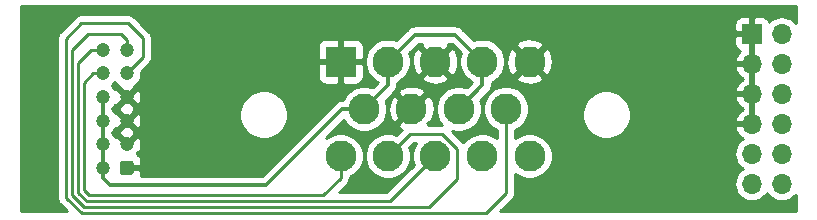
<source format=gbr>
G04 #@! TF.GenerationSoftware,KiCad,Pcbnew,(5.1.4)-1*
G04 #@! TF.CreationDate,2020-11-15T00:00:24-05:00*
G04 #@! TF.ProjectId,MAIN_newBreakoutBoard,4d41494e-5f6e-4657-9742-7265616b6f75,v1.0*
G04 #@! TF.SameCoordinates,Original*
G04 #@! TF.FileFunction,Copper,L1,Top*
G04 #@! TF.FilePolarity,Positive*
%FSLAX46Y46*%
G04 Gerber Fmt 4.6, Leading zero omitted, Abs format (unit mm)*
G04 Created by KiCad (PCBNEW (5.1.4)-1) date 2020-11-15 00:00:24*
%MOMM*%
%LPD*%
G04 APERTURE LIST*
%ADD10R,2.625000X2.625000*%
%ADD11C,2.625000*%
%ADD12R,1.700000X1.700000*%
%ADD13O,1.700000X1.700000*%
%ADD14C,0.100000*%
%ADD15C,1.200000*%
%ADD16C,0.299720*%
%ADD17C,0.254000*%
G04 APERTURE END LIST*
D10*
X142000000Y-96000000D03*
D11*
X146000000Y-96000000D03*
X150000000Y-96000000D03*
X154000000Y-96000000D03*
X158000000Y-96000000D03*
X144000000Y-100000000D03*
X148000000Y-100000000D03*
X152000000Y-100000000D03*
X156000000Y-100000000D03*
X142000000Y-104000000D03*
X146000000Y-104000000D03*
X150000000Y-104000000D03*
X154000000Y-104000000D03*
X158000000Y-104000000D03*
D12*
X176830000Y-93650000D03*
D13*
X179370000Y-93650000D03*
X176830000Y-96190000D03*
X179370000Y-96190000D03*
X176830000Y-98730000D03*
X179370000Y-98730000D03*
X176830000Y-101270000D03*
X179370000Y-101270000D03*
X176830000Y-103810000D03*
X179370000Y-103810000D03*
X176830000Y-106350000D03*
X179370000Y-106350000D03*
D14*
G36*
X124264505Y-104401204D02*
G01*
X124288773Y-104404804D01*
X124312572Y-104410765D01*
X124335671Y-104419030D01*
X124357850Y-104429520D01*
X124378893Y-104442132D01*
X124398599Y-104456747D01*
X124416777Y-104473223D01*
X124433253Y-104491401D01*
X124447868Y-104511107D01*
X124460480Y-104532150D01*
X124470970Y-104554329D01*
X124479235Y-104577428D01*
X124485196Y-104601227D01*
X124488796Y-104625495D01*
X124490000Y-104649999D01*
X124490000Y-105350001D01*
X124488796Y-105374505D01*
X124485196Y-105398773D01*
X124479235Y-105422572D01*
X124470970Y-105445671D01*
X124460480Y-105467850D01*
X124447868Y-105488893D01*
X124433253Y-105508599D01*
X124416777Y-105526777D01*
X124398599Y-105543253D01*
X124378893Y-105557868D01*
X124357850Y-105570480D01*
X124335671Y-105580970D01*
X124312572Y-105589235D01*
X124288773Y-105595196D01*
X124264505Y-105598796D01*
X124240001Y-105600000D01*
X123539999Y-105600000D01*
X123515495Y-105598796D01*
X123491227Y-105595196D01*
X123467428Y-105589235D01*
X123444329Y-105580970D01*
X123422150Y-105570480D01*
X123401107Y-105557868D01*
X123381401Y-105543253D01*
X123363223Y-105526777D01*
X123346747Y-105508599D01*
X123332132Y-105488893D01*
X123319520Y-105467850D01*
X123309030Y-105445671D01*
X123300765Y-105422572D01*
X123294804Y-105398773D01*
X123291204Y-105374505D01*
X123290000Y-105350001D01*
X123290000Y-104649999D01*
X123291204Y-104625495D01*
X123294804Y-104601227D01*
X123300765Y-104577428D01*
X123309030Y-104554329D01*
X123319520Y-104532150D01*
X123332132Y-104511107D01*
X123346747Y-104491401D01*
X123363223Y-104473223D01*
X123381401Y-104456747D01*
X123401107Y-104442132D01*
X123422150Y-104429520D01*
X123444329Y-104419030D01*
X123467428Y-104410765D01*
X123491227Y-104404804D01*
X123515495Y-104401204D01*
X123539999Y-104400000D01*
X124240001Y-104400000D01*
X124264505Y-104401204D01*
X124264505Y-104401204D01*
G37*
D15*
X123890000Y-105000000D03*
X123890000Y-103000000D03*
X123890000Y-101000000D03*
X123890000Y-99000000D03*
X123890000Y-97000000D03*
X123890000Y-95000000D03*
X121890000Y-105000000D03*
X121890000Y-103000000D03*
X121890000Y-101000000D03*
X121890000Y-99000000D03*
X121890000Y-97000000D03*
X121890000Y-95000000D03*
D16*
X121881000Y-101044400D02*
X121881000Y-99044400D01*
X121881000Y-105892928D02*
X121881000Y-101044400D01*
X122464872Y-106476800D02*
X121881000Y-105892928D01*
X135667045Y-106476800D02*
X122464872Y-106476800D01*
X142143845Y-100000000D02*
X135667045Y-106476800D01*
X144000000Y-100000000D02*
X142143845Y-100000000D01*
X146000000Y-98000000D02*
X146000000Y-96000000D01*
X144000000Y-100000000D02*
X146000000Y-98000000D01*
X146000000Y-96000000D02*
X148274000Y-93726000D01*
X151726000Y-93726000D02*
X154000000Y-96000000D01*
X148274000Y-93726000D02*
X151726000Y-93726000D01*
X154000000Y-98000000D02*
X152000000Y-100000000D01*
X154000000Y-96000000D02*
X154000000Y-98000000D01*
D17*
X118744973Y-94810993D02*
X118744973Y-107514471D01*
X118745000Y-94810966D02*
X118744973Y-94810993D01*
X123890000Y-97000000D02*
X125272800Y-95617200D01*
X124002800Y-92760800D02*
X120040400Y-92760800D01*
X125272800Y-95617200D02*
X125272800Y-94030800D01*
X120040400Y-92760800D02*
X118745000Y-94056200D01*
X125272800Y-94030800D02*
X124002800Y-92760800D01*
X118745000Y-94056200D02*
X118745000Y-94810966D01*
X120069502Y-108839000D02*
X118744973Y-107514471D01*
X154305000Y-108839000D02*
X120069502Y-108839000D01*
X156000000Y-100000000D02*
X156000000Y-107144000D01*
X156000000Y-107144000D02*
X154305000Y-108839000D01*
X120269000Y-97772472D02*
X120269000Y-106883200D01*
X121041472Y-97000000D02*
X120269000Y-97772472D01*
X121890000Y-97000000D02*
X121041472Y-97000000D01*
X142000000Y-105856155D02*
X140541185Y-107314970D01*
X142000000Y-104000000D02*
X142000000Y-105856155D01*
X120700770Y-107314970D02*
X120269000Y-106883200D01*
X140541185Y-107314970D02*
X120700770Y-107314970D01*
X123413728Y-93675200D02*
X123890000Y-94151472D01*
X120599200Y-93675200D02*
X123413728Y-93675200D01*
X119253000Y-95021400D02*
X120599200Y-93675200D01*
X119253000Y-96105438D02*
X119253000Y-95021400D01*
X119252981Y-96105457D02*
X119253000Y-96105438D01*
X119252982Y-107304048D02*
X119252981Y-96105457D01*
X120279934Y-108331000D02*
X119252982Y-107304048D01*
X120777000Y-108331000D02*
X120279934Y-108331000D01*
X120777010Y-108330990D02*
X120777000Y-108331000D01*
X146000000Y-104000000D02*
X147892000Y-102108000D01*
X150614382Y-102108000D02*
X151892000Y-103385618D01*
X151892000Y-103385618D02*
X151892000Y-105918000D01*
X147892000Y-102108000D02*
X150614382Y-102108000D01*
X151892000Y-105918000D02*
X149479010Y-108330990D01*
X123890000Y-94151472D02*
X123890000Y-95000000D01*
X149479010Y-108330990D02*
X120777010Y-108330990D01*
X120900000Y-95000000D02*
X121890000Y-95000000D01*
X119760990Y-96139010D02*
X120900000Y-95000000D01*
X119760991Y-107093625D02*
X119760990Y-96139010D01*
X150000000Y-104000000D02*
X146177020Y-107822980D01*
X120490346Y-107822980D02*
X119760991Y-107093625D01*
X146177020Y-107822980D02*
X120490346Y-107822980D01*
G36*
X180540000Y-92734831D02*
G01*
X180425134Y-92594866D01*
X180199014Y-92409294D01*
X179941034Y-92271401D01*
X179661111Y-92186487D01*
X179442950Y-92165000D01*
X179297050Y-92165000D01*
X179078889Y-92186487D01*
X178798966Y-92271401D01*
X178540986Y-92409294D01*
X178314866Y-92594866D01*
X178290393Y-92624687D01*
X178269502Y-92555820D01*
X178210537Y-92445506D01*
X178131185Y-92348815D01*
X178034494Y-92269463D01*
X177924180Y-92210498D01*
X177804482Y-92174188D01*
X177680000Y-92161928D01*
X177115750Y-92165000D01*
X176957000Y-92323750D01*
X176957000Y-93523000D01*
X176977000Y-93523000D01*
X176977000Y-93777000D01*
X176957000Y-93777000D01*
X176957000Y-96063000D01*
X176977000Y-96063000D01*
X176977000Y-96317000D01*
X176957000Y-96317000D01*
X176957000Y-98603000D01*
X176977000Y-98603000D01*
X176977000Y-98857000D01*
X176957000Y-98857000D01*
X176957000Y-101143000D01*
X176977000Y-101143000D01*
X176977000Y-101397000D01*
X176957000Y-101397000D01*
X176957000Y-101417000D01*
X176703000Y-101417000D01*
X176703000Y-101397000D01*
X175509845Y-101397000D01*
X175388524Y-101626890D01*
X175433175Y-101774099D01*
X175558359Y-102036920D01*
X175732412Y-102270269D01*
X175948645Y-102465178D01*
X176065523Y-102534799D01*
X176000986Y-102569294D01*
X175774866Y-102754866D01*
X175589294Y-102980986D01*
X175451401Y-103238966D01*
X175366487Y-103518889D01*
X175337815Y-103810000D01*
X175366487Y-104101111D01*
X175451401Y-104381034D01*
X175589294Y-104639014D01*
X175774866Y-104865134D01*
X176000986Y-105050706D01*
X176055791Y-105080000D01*
X176000986Y-105109294D01*
X175774866Y-105294866D01*
X175589294Y-105520986D01*
X175451401Y-105778966D01*
X175366487Y-106058889D01*
X175337815Y-106350000D01*
X175366487Y-106641111D01*
X175451401Y-106921034D01*
X175589294Y-107179014D01*
X175774866Y-107405134D01*
X176000986Y-107590706D01*
X176258966Y-107728599D01*
X176538889Y-107813513D01*
X176757050Y-107835000D01*
X176902950Y-107835000D01*
X177121111Y-107813513D01*
X177401034Y-107728599D01*
X177659014Y-107590706D01*
X177885134Y-107405134D01*
X178070706Y-107179014D01*
X178100000Y-107124209D01*
X178129294Y-107179014D01*
X178314866Y-107405134D01*
X178540986Y-107590706D01*
X178798966Y-107728599D01*
X179078889Y-107813513D01*
X179297050Y-107835000D01*
X179442950Y-107835000D01*
X179661111Y-107813513D01*
X179941034Y-107728599D01*
X180199014Y-107590706D01*
X180425134Y-107405134D01*
X180540001Y-107265168D01*
X180540001Y-108690000D01*
X155531630Y-108690000D01*
X156512352Y-107709279D01*
X156541422Y-107685422D01*
X156582764Y-107635047D01*
X156636645Y-107569393D01*
X156698630Y-107453426D01*
X156707402Y-107437015D01*
X156750974Y-107293378D01*
X156762000Y-107181426D01*
X156762000Y-107181423D01*
X156765686Y-107144000D01*
X156762000Y-107106577D01*
X156762000Y-105515033D01*
X157077513Y-105725852D01*
X157431935Y-105872659D01*
X157808188Y-105947500D01*
X158191812Y-105947500D01*
X158568065Y-105872659D01*
X158922487Y-105725852D01*
X159241459Y-105512722D01*
X159512722Y-105241459D01*
X159725852Y-104922487D01*
X159872659Y-104568065D01*
X159947500Y-104191812D01*
X159947500Y-103808188D01*
X159872659Y-103431935D01*
X159725852Y-103077513D01*
X159512722Y-102758541D01*
X159241459Y-102487278D01*
X158922487Y-102274148D01*
X158568065Y-102127341D01*
X158191812Y-102052500D01*
X157808188Y-102052500D01*
X157431935Y-102127341D01*
X157077513Y-102274148D01*
X156762000Y-102484967D01*
X156762000Y-101792328D01*
X156922487Y-101725852D01*
X157241459Y-101512722D01*
X157512722Y-101241459D01*
X157725852Y-100922487D01*
X157872659Y-100568065D01*
X157926555Y-100297108D01*
X162440000Y-100297108D01*
X162440000Y-100702892D01*
X162519165Y-101100880D01*
X162674452Y-101475776D01*
X162899894Y-101813173D01*
X163186827Y-102100106D01*
X163524224Y-102325548D01*
X163899120Y-102480835D01*
X164297108Y-102560000D01*
X164702892Y-102560000D01*
X165100880Y-102480835D01*
X165475776Y-102325548D01*
X165813173Y-102100106D01*
X166100106Y-101813173D01*
X166325548Y-101475776D01*
X166480835Y-101100880D01*
X166560000Y-100702892D01*
X166560000Y-100297108D01*
X166480835Y-99899120D01*
X166325548Y-99524224D01*
X166100106Y-99186827D01*
X166000169Y-99086890D01*
X175388524Y-99086890D01*
X175433175Y-99234099D01*
X175558359Y-99496920D01*
X175732412Y-99730269D01*
X175948645Y-99925178D01*
X176074255Y-100000000D01*
X175948645Y-100074822D01*
X175732412Y-100269731D01*
X175558359Y-100503080D01*
X175433175Y-100765901D01*
X175388524Y-100913110D01*
X175509845Y-101143000D01*
X176703000Y-101143000D01*
X176703000Y-98857000D01*
X175509845Y-98857000D01*
X175388524Y-99086890D01*
X166000169Y-99086890D01*
X165813173Y-98899894D01*
X165475776Y-98674452D01*
X165100880Y-98519165D01*
X164702892Y-98440000D01*
X164297108Y-98440000D01*
X163899120Y-98519165D01*
X163524224Y-98674452D01*
X163186827Y-98899894D01*
X162899894Y-99186827D01*
X162674452Y-99524224D01*
X162519165Y-99899120D01*
X162440000Y-100297108D01*
X157926555Y-100297108D01*
X157947500Y-100191812D01*
X157947500Y-99808188D01*
X157872659Y-99431935D01*
X157725852Y-99077513D01*
X157512722Y-98758541D01*
X157241459Y-98487278D01*
X156922487Y-98274148D01*
X156568065Y-98127341D01*
X156191812Y-98052500D01*
X155808188Y-98052500D01*
X155431935Y-98127341D01*
X155077513Y-98274148D01*
X154758541Y-98487278D01*
X154487278Y-98758541D01*
X154274148Y-99077513D01*
X154127341Y-99431935D01*
X154052500Y-99808188D01*
X154052500Y-100191812D01*
X154127341Y-100568065D01*
X154274148Y-100922487D01*
X154487278Y-101241459D01*
X154758541Y-101512722D01*
X155077513Y-101725852D01*
X155238000Y-101792328D01*
X155238000Y-102484967D01*
X154922487Y-102274148D01*
X154568065Y-102127341D01*
X154191812Y-102052500D01*
X153808188Y-102052500D01*
X153431935Y-102127341D01*
X153077513Y-102274148D01*
X152758541Y-102487278D01*
X152487278Y-102758541D01*
X152431241Y-102842406D01*
X152404347Y-102820335D01*
X151462813Y-101878801D01*
X151808188Y-101947500D01*
X152191812Y-101947500D01*
X152568065Y-101872659D01*
X152922487Y-101725852D01*
X153241459Y-101512722D01*
X153512722Y-101241459D01*
X153725852Y-100922487D01*
X153872659Y-100568065D01*
X153947500Y-100191812D01*
X153947500Y-99808188D01*
X153872659Y-99431935D01*
X153815652Y-99294308D01*
X154527720Y-98582240D01*
X154557665Y-98557665D01*
X154655744Y-98438154D01*
X154728624Y-98301806D01*
X154773503Y-98153859D01*
X154784860Y-98038551D01*
X154784860Y-98038550D01*
X154788657Y-98000001D01*
X154784860Y-97961452D01*
X154784860Y-97782859D01*
X154922487Y-97725852D01*
X155241459Y-97512722D01*
X155396053Y-97358128D01*
X156821477Y-97358128D01*
X156954919Y-97654496D01*
X157297776Y-97826590D01*
X157667620Y-97928490D01*
X158050236Y-97956279D01*
X158430921Y-97908889D01*
X158795048Y-97788142D01*
X159045081Y-97654496D01*
X159178523Y-97358128D01*
X158000000Y-96179605D01*
X156821477Y-97358128D01*
X155396053Y-97358128D01*
X155512722Y-97241459D01*
X155725852Y-96922487D01*
X155872659Y-96568065D01*
X155947500Y-96191812D01*
X155947500Y-96050236D01*
X156043721Y-96050236D01*
X156091111Y-96430921D01*
X156211858Y-96795048D01*
X156345504Y-97045081D01*
X156641872Y-97178523D01*
X157820395Y-96000000D01*
X158179605Y-96000000D01*
X159358128Y-97178523D01*
X159654496Y-97045081D01*
X159826590Y-96702224D01*
X159869387Y-96546890D01*
X175388524Y-96546890D01*
X175433175Y-96694099D01*
X175558359Y-96956920D01*
X175732412Y-97190269D01*
X175948645Y-97385178D01*
X176074255Y-97460000D01*
X175948645Y-97534822D01*
X175732412Y-97729731D01*
X175558359Y-97963080D01*
X175433175Y-98225901D01*
X175388524Y-98373110D01*
X175509845Y-98603000D01*
X176703000Y-98603000D01*
X176703000Y-96317000D01*
X175509845Y-96317000D01*
X175388524Y-96546890D01*
X159869387Y-96546890D01*
X159928490Y-96332380D01*
X159956279Y-95949764D01*
X159908889Y-95569079D01*
X159788142Y-95204952D01*
X159654496Y-94954919D01*
X159358128Y-94821477D01*
X158179605Y-96000000D01*
X157820395Y-96000000D01*
X156641872Y-94821477D01*
X156345504Y-94954919D01*
X156173410Y-95297776D01*
X156071510Y-95667620D01*
X156043721Y-96050236D01*
X155947500Y-96050236D01*
X155947500Y-95808188D01*
X155872659Y-95431935D01*
X155725852Y-95077513D01*
X155512722Y-94758541D01*
X155396053Y-94641872D01*
X156821477Y-94641872D01*
X158000000Y-95820395D01*
X159178523Y-94641872D01*
X159114645Y-94500000D01*
X175341928Y-94500000D01*
X175354188Y-94624482D01*
X175390498Y-94744180D01*
X175449463Y-94854494D01*
X175528815Y-94951185D01*
X175625506Y-95030537D01*
X175735820Y-95089502D01*
X175816466Y-95113966D01*
X175732412Y-95189731D01*
X175558359Y-95423080D01*
X175433175Y-95685901D01*
X175388524Y-95833110D01*
X175509845Y-96063000D01*
X176703000Y-96063000D01*
X176703000Y-93777000D01*
X175503750Y-93777000D01*
X175345000Y-93935750D01*
X175341928Y-94500000D01*
X159114645Y-94500000D01*
X159045081Y-94345504D01*
X158702224Y-94173410D01*
X158332380Y-94071510D01*
X157949764Y-94043721D01*
X157569079Y-94091111D01*
X157204952Y-94211858D01*
X156954919Y-94345504D01*
X156821477Y-94641872D01*
X155396053Y-94641872D01*
X155241459Y-94487278D01*
X154922487Y-94274148D01*
X154568065Y-94127341D01*
X154191812Y-94052500D01*
X153808188Y-94052500D01*
X153431935Y-94127341D01*
X153294307Y-94184348D01*
X152308244Y-93198285D01*
X152283665Y-93168335D01*
X152164154Y-93070256D01*
X152027806Y-92997376D01*
X151879859Y-92952497D01*
X151764551Y-92941140D01*
X151764549Y-92941140D01*
X151726000Y-92937343D01*
X151687451Y-92941140D01*
X148312549Y-92941140D01*
X148274000Y-92937343D01*
X148235451Y-92941140D01*
X148235449Y-92941140D01*
X148120141Y-92952497D01*
X147972194Y-92997376D01*
X147835845Y-93070256D01*
X147794098Y-93104517D01*
X147716335Y-93168335D01*
X147691756Y-93198285D01*
X146705693Y-94184348D01*
X146568065Y-94127341D01*
X146191812Y-94052500D01*
X145808188Y-94052500D01*
X145431935Y-94127341D01*
X145077513Y-94274148D01*
X144758541Y-94487278D01*
X144487278Y-94758541D01*
X144274148Y-95077513D01*
X144127341Y-95431935D01*
X144052500Y-95808188D01*
X144052500Y-96191812D01*
X144127341Y-96568065D01*
X144274148Y-96922487D01*
X144487278Y-97241459D01*
X144758541Y-97512722D01*
X145077513Y-97725852D01*
X145138802Y-97751239D01*
X144705692Y-98184348D01*
X144568065Y-98127341D01*
X144191812Y-98052500D01*
X143808188Y-98052500D01*
X143431935Y-98127341D01*
X143077513Y-98274148D01*
X142758541Y-98487278D01*
X142487278Y-98758541D01*
X142274148Y-99077513D01*
X142217141Y-99215140D01*
X142182393Y-99215140D01*
X142143844Y-99211343D01*
X142105295Y-99215140D01*
X142105294Y-99215140D01*
X141989986Y-99226497D01*
X141842039Y-99271376D01*
X141705691Y-99344256D01*
X141586180Y-99442335D01*
X141561605Y-99472280D01*
X135341946Y-105691940D01*
X125119017Y-105691940D01*
X125128072Y-105600000D01*
X125125000Y-105285750D01*
X124966250Y-105127000D01*
X124017000Y-105127000D01*
X124017000Y-105147000D01*
X123763000Y-105147000D01*
X123763000Y-105127000D01*
X123743000Y-105127000D01*
X123743000Y-104873000D01*
X123763000Y-104873000D01*
X123763000Y-104853000D01*
X124017000Y-104853000D01*
X124017000Y-104873000D01*
X124966250Y-104873000D01*
X125125000Y-104714250D01*
X125128072Y-104400000D01*
X125115812Y-104275518D01*
X125079502Y-104155820D01*
X125020537Y-104045506D01*
X124941185Y-103948815D01*
X124844494Y-103869463D01*
X124798994Y-103845142D01*
X124856872Y-103787264D01*
X124739766Y-103670158D01*
X124963348Y-103622852D01*
X125064237Y-103401484D01*
X125120000Y-103164687D01*
X125128495Y-102921562D01*
X125089395Y-102681451D01*
X125004202Y-102453582D01*
X124963348Y-102377148D01*
X124739764Y-102329841D01*
X124069605Y-103000000D01*
X124083748Y-103014143D01*
X123904143Y-103193748D01*
X123890000Y-103179605D01*
X123875858Y-103193748D01*
X123696253Y-103014143D01*
X123710395Y-103000000D01*
X123040236Y-102329841D01*
X122941496Y-102350733D01*
X122849287Y-102212733D01*
X122677267Y-102040713D01*
X122665860Y-102033091D01*
X122665860Y-101966909D01*
X122677267Y-101959287D01*
X122786790Y-101849764D01*
X123219841Y-101849764D01*
X123251629Y-102000000D01*
X123219841Y-102150236D01*
X123890000Y-102820395D01*
X124560159Y-102150236D01*
X124528371Y-102000000D01*
X124560159Y-101849764D01*
X123890000Y-101179605D01*
X123219841Y-101849764D01*
X122786790Y-101849764D01*
X122849287Y-101787267D01*
X122941496Y-101649267D01*
X123040236Y-101670159D01*
X123710395Y-101000000D01*
X124069605Y-101000000D01*
X124739764Y-101670159D01*
X124963348Y-101622852D01*
X125064237Y-101401484D01*
X125120000Y-101164687D01*
X125128495Y-100921562D01*
X125089395Y-100681451D01*
X125004202Y-100453582D01*
X124963348Y-100377148D01*
X124739764Y-100329841D01*
X124069605Y-101000000D01*
X123710395Y-101000000D01*
X123040236Y-100329841D01*
X122941496Y-100350733D01*
X122849287Y-100212733D01*
X122677267Y-100040713D01*
X122665860Y-100033091D01*
X122665860Y-99966909D01*
X122677267Y-99959287D01*
X122786790Y-99849764D01*
X123219841Y-99849764D01*
X123251629Y-100000000D01*
X123219841Y-100150236D01*
X123890000Y-100820395D01*
X124413287Y-100297108D01*
X133440000Y-100297108D01*
X133440000Y-100702892D01*
X133519165Y-101100880D01*
X133674452Y-101475776D01*
X133899894Y-101813173D01*
X134186827Y-102100106D01*
X134524224Y-102325548D01*
X134899120Y-102480835D01*
X135297108Y-102560000D01*
X135702892Y-102560000D01*
X136100880Y-102480835D01*
X136475776Y-102325548D01*
X136813173Y-102100106D01*
X137100106Y-101813173D01*
X137325548Y-101475776D01*
X137480835Y-101100880D01*
X137560000Y-100702892D01*
X137560000Y-100297108D01*
X137480835Y-99899120D01*
X137325548Y-99524224D01*
X137100106Y-99186827D01*
X136813173Y-98899894D01*
X136475776Y-98674452D01*
X136100880Y-98519165D01*
X135702892Y-98440000D01*
X135297108Y-98440000D01*
X134899120Y-98519165D01*
X134524224Y-98674452D01*
X134186827Y-98899894D01*
X133899894Y-99186827D01*
X133674452Y-99524224D01*
X133519165Y-99899120D01*
X133440000Y-100297108D01*
X124413287Y-100297108D01*
X124560159Y-100150236D01*
X124528371Y-100000000D01*
X124560159Y-99849764D01*
X123890000Y-99179605D01*
X123219841Y-99849764D01*
X122786790Y-99849764D01*
X122849287Y-99787267D01*
X122941496Y-99649267D01*
X123040236Y-99670159D01*
X123710395Y-99000000D01*
X124069605Y-99000000D01*
X124739764Y-99670159D01*
X124963348Y-99622852D01*
X125064237Y-99401484D01*
X125120000Y-99164687D01*
X125128495Y-98921562D01*
X125089395Y-98681451D01*
X125004202Y-98453582D01*
X124963348Y-98377148D01*
X124739764Y-98329841D01*
X124069605Y-99000000D01*
X123710395Y-99000000D01*
X123040236Y-98329841D01*
X122941496Y-98350733D01*
X122849287Y-98212733D01*
X122677267Y-98040713D01*
X122616336Y-98000000D01*
X122677267Y-97959287D01*
X122849287Y-97787267D01*
X122890000Y-97726336D01*
X122930713Y-97787267D01*
X123102733Y-97959287D01*
X123240733Y-98051496D01*
X123219841Y-98150236D01*
X123890000Y-98820395D01*
X124560159Y-98150236D01*
X124539267Y-98051496D01*
X124677267Y-97959287D01*
X124849287Y-97787267D01*
X124984443Y-97584992D01*
X125077540Y-97360236D01*
X125087035Y-97312500D01*
X140049428Y-97312500D01*
X140061688Y-97436982D01*
X140097998Y-97556680D01*
X140156963Y-97666994D01*
X140236315Y-97763685D01*
X140333006Y-97843037D01*
X140443320Y-97902002D01*
X140563018Y-97938312D01*
X140687500Y-97950572D01*
X141714250Y-97947500D01*
X141873000Y-97788750D01*
X141873000Y-96127000D01*
X142127000Y-96127000D01*
X142127000Y-97788750D01*
X142285750Y-97947500D01*
X143312500Y-97950572D01*
X143436982Y-97938312D01*
X143556680Y-97902002D01*
X143666994Y-97843037D01*
X143763685Y-97763685D01*
X143843037Y-97666994D01*
X143902002Y-97556680D01*
X143938312Y-97436982D01*
X143950572Y-97312500D01*
X143947500Y-96285750D01*
X143788750Y-96127000D01*
X142127000Y-96127000D01*
X141873000Y-96127000D01*
X140211250Y-96127000D01*
X140052500Y-96285750D01*
X140049428Y-97312500D01*
X125087035Y-97312500D01*
X125125000Y-97121637D01*
X125125000Y-96878363D01*
X125119072Y-96848558D01*
X125785147Y-96182483D01*
X125814222Y-96158622D01*
X125903172Y-96050236D01*
X125909445Y-96042593D01*
X125955697Y-95956060D01*
X125980202Y-95910215D01*
X126023774Y-95766578D01*
X126034800Y-95654626D01*
X126034800Y-95654623D01*
X126038486Y-95617200D01*
X126034800Y-95579777D01*
X126034800Y-94687500D01*
X140049428Y-94687500D01*
X140052500Y-95714250D01*
X140211250Y-95873000D01*
X141873000Y-95873000D01*
X141873000Y-94211250D01*
X142127000Y-94211250D01*
X142127000Y-95873000D01*
X143788750Y-95873000D01*
X143947500Y-95714250D01*
X143950572Y-94687500D01*
X143938312Y-94563018D01*
X143902002Y-94443320D01*
X143843037Y-94333006D01*
X143763685Y-94236315D01*
X143666994Y-94156963D01*
X143556680Y-94097998D01*
X143436982Y-94061688D01*
X143312500Y-94049428D01*
X142285750Y-94052500D01*
X142127000Y-94211250D01*
X141873000Y-94211250D01*
X141714250Y-94052500D01*
X140687500Y-94049428D01*
X140563018Y-94061688D01*
X140443320Y-94097998D01*
X140333006Y-94156963D01*
X140236315Y-94236315D01*
X140156963Y-94333006D01*
X140097998Y-94443320D01*
X140061688Y-94563018D01*
X140049428Y-94687500D01*
X126034800Y-94687500D01*
X126034800Y-94068222D01*
X126038486Y-94030799D01*
X126032322Y-93968215D01*
X126023774Y-93881422D01*
X125980202Y-93737785D01*
X125909445Y-93605408D01*
X125814222Y-93489378D01*
X125785152Y-93465521D01*
X125119631Y-92800000D01*
X175341928Y-92800000D01*
X175345000Y-93364250D01*
X175503750Y-93523000D01*
X176703000Y-93523000D01*
X176703000Y-92323750D01*
X176544250Y-92165000D01*
X175980000Y-92161928D01*
X175855518Y-92174188D01*
X175735820Y-92210498D01*
X175625506Y-92269463D01*
X175528815Y-92348815D01*
X175449463Y-92445506D01*
X175390498Y-92555820D01*
X175354188Y-92675518D01*
X175341928Y-92800000D01*
X125119631Y-92800000D01*
X124568084Y-92248454D01*
X124544222Y-92219378D01*
X124428192Y-92124155D01*
X124295815Y-92053398D01*
X124152178Y-92009826D01*
X124040226Y-91998800D01*
X124040223Y-91998800D01*
X124002800Y-91995114D01*
X123965377Y-91998800D01*
X120077822Y-91998800D01*
X120040399Y-91995114D01*
X120002976Y-91998800D01*
X120002974Y-91998800D01*
X119891022Y-92009826D01*
X119747385Y-92053398D01*
X119615008Y-92124155D01*
X119498978Y-92219378D01*
X119475121Y-92248448D01*
X118232654Y-93490916D01*
X118203578Y-93514778D01*
X118156502Y-93572141D01*
X118108355Y-93630808D01*
X118084627Y-93675201D01*
X118037598Y-93763186D01*
X117994026Y-93906823D01*
X117985502Y-93993374D01*
X117979314Y-94056200D01*
X117983000Y-94093623D01*
X117983000Y-94773296D01*
X117979287Y-94810993D01*
X117982973Y-94848416D01*
X117982974Y-107477038D01*
X117979287Y-107514471D01*
X117994000Y-107663849D01*
X118037572Y-107807486D01*
X118108328Y-107939863D01*
X118176041Y-108022371D01*
X118203552Y-108055893D01*
X118232622Y-108079750D01*
X118842872Y-108690000D01*
X114940000Y-108690000D01*
X114940000Y-91310000D01*
X180540000Y-91310000D01*
X180540000Y-92734831D01*
X180540000Y-92734831D01*
G37*
X180540000Y-92734831D02*
X180425134Y-92594866D01*
X180199014Y-92409294D01*
X179941034Y-92271401D01*
X179661111Y-92186487D01*
X179442950Y-92165000D01*
X179297050Y-92165000D01*
X179078889Y-92186487D01*
X178798966Y-92271401D01*
X178540986Y-92409294D01*
X178314866Y-92594866D01*
X178290393Y-92624687D01*
X178269502Y-92555820D01*
X178210537Y-92445506D01*
X178131185Y-92348815D01*
X178034494Y-92269463D01*
X177924180Y-92210498D01*
X177804482Y-92174188D01*
X177680000Y-92161928D01*
X177115750Y-92165000D01*
X176957000Y-92323750D01*
X176957000Y-93523000D01*
X176977000Y-93523000D01*
X176977000Y-93777000D01*
X176957000Y-93777000D01*
X176957000Y-96063000D01*
X176977000Y-96063000D01*
X176977000Y-96317000D01*
X176957000Y-96317000D01*
X176957000Y-98603000D01*
X176977000Y-98603000D01*
X176977000Y-98857000D01*
X176957000Y-98857000D01*
X176957000Y-101143000D01*
X176977000Y-101143000D01*
X176977000Y-101397000D01*
X176957000Y-101397000D01*
X176957000Y-101417000D01*
X176703000Y-101417000D01*
X176703000Y-101397000D01*
X175509845Y-101397000D01*
X175388524Y-101626890D01*
X175433175Y-101774099D01*
X175558359Y-102036920D01*
X175732412Y-102270269D01*
X175948645Y-102465178D01*
X176065523Y-102534799D01*
X176000986Y-102569294D01*
X175774866Y-102754866D01*
X175589294Y-102980986D01*
X175451401Y-103238966D01*
X175366487Y-103518889D01*
X175337815Y-103810000D01*
X175366487Y-104101111D01*
X175451401Y-104381034D01*
X175589294Y-104639014D01*
X175774866Y-104865134D01*
X176000986Y-105050706D01*
X176055791Y-105080000D01*
X176000986Y-105109294D01*
X175774866Y-105294866D01*
X175589294Y-105520986D01*
X175451401Y-105778966D01*
X175366487Y-106058889D01*
X175337815Y-106350000D01*
X175366487Y-106641111D01*
X175451401Y-106921034D01*
X175589294Y-107179014D01*
X175774866Y-107405134D01*
X176000986Y-107590706D01*
X176258966Y-107728599D01*
X176538889Y-107813513D01*
X176757050Y-107835000D01*
X176902950Y-107835000D01*
X177121111Y-107813513D01*
X177401034Y-107728599D01*
X177659014Y-107590706D01*
X177885134Y-107405134D01*
X178070706Y-107179014D01*
X178100000Y-107124209D01*
X178129294Y-107179014D01*
X178314866Y-107405134D01*
X178540986Y-107590706D01*
X178798966Y-107728599D01*
X179078889Y-107813513D01*
X179297050Y-107835000D01*
X179442950Y-107835000D01*
X179661111Y-107813513D01*
X179941034Y-107728599D01*
X180199014Y-107590706D01*
X180425134Y-107405134D01*
X180540001Y-107265168D01*
X180540001Y-108690000D01*
X155531630Y-108690000D01*
X156512352Y-107709279D01*
X156541422Y-107685422D01*
X156582764Y-107635047D01*
X156636645Y-107569393D01*
X156698630Y-107453426D01*
X156707402Y-107437015D01*
X156750974Y-107293378D01*
X156762000Y-107181426D01*
X156762000Y-107181423D01*
X156765686Y-107144000D01*
X156762000Y-107106577D01*
X156762000Y-105515033D01*
X157077513Y-105725852D01*
X157431935Y-105872659D01*
X157808188Y-105947500D01*
X158191812Y-105947500D01*
X158568065Y-105872659D01*
X158922487Y-105725852D01*
X159241459Y-105512722D01*
X159512722Y-105241459D01*
X159725852Y-104922487D01*
X159872659Y-104568065D01*
X159947500Y-104191812D01*
X159947500Y-103808188D01*
X159872659Y-103431935D01*
X159725852Y-103077513D01*
X159512722Y-102758541D01*
X159241459Y-102487278D01*
X158922487Y-102274148D01*
X158568065Y-102127341D01*
X158191812Y-102052500D01*
X157808188Y-102052500D01*
X157431935Y-102127341D01*
X157077513Y-102274148D01*
X156762000Y-102484967D01*
X156762000Y-101792328D01*
X156922487Y-101725852D01*
X157241459Y-101512722D01*
X157512722Y-101241459D01*
X157725852Y-100922487D01*
X157872659Y-100568065D01*
X157926555Y-100297108D01*
X162440000Y-100297108D01*
X162440000Y-100702892D01*
X162519165Y-101100880D01*
X162674452Y-101475776D01*
X162899894Y-101813173D01*
X163186827Y-102100106D01*
X163524224Y-102325548D01*
X163899120Y-102480835D01*
X164297108Y-102560000D01*
X164702892Y-102560000D01*
X165100880Y-102480835D01*
X165475776Y-102325548D01*
X165813173Y-102100106D01*
X166100106Y-101813173D01*
X166325548Y-101475776D01*
X166480835Y-101100880D01*
X166560000Y-100702892D01*
X166560000Y-100297108D01*
X166480835Y-99899120D01*
X166325548Y-99524224D01*
X166100106Y-99186827D01*
X166000169Y-99086890D01*
X175388524Y-99086890D01*
X175433175Y-99234099D01*
X175558359Y-99496920D01*
X175732412Y-99730269D01*
X175948645Y-99925178D01*
X176074255Y-100000000D01*
X175948645Y-100074822D01*
X175732412Y-100269731D01*
X175558359Y-100503080D01*
X175433175Y-100765901D01*
X175388524Y-100913110D01*
X175509845Y-101143000D01*
X176703000Y-101143000D01*
X176703000Y-98857000D01*
X175509845Y-98857000D01*
X175388524Y-99086890D01*
X166000169Y-99086890D01*
X165813173Y-98899894D01*
X165475776Y-98674452D01*
X165100880Y-98519165D01*
X164702892Y-98440000D01*
X164297108Y-98440000D01*
X163899120Y-98519165D01*
X163524224Y-98674452D01*
X163186827Y-98899894D01*
X162899894Y-99186827D01*
X162674452Y-99524224D01*
X162519165Y-99899120D01*
X162440000Y-100297108D01*
X157926555Y-100297108D01*
X157947500Y-100191812D01*
X157947500Y-99808188D01*
X157872659Y-99431935D01*
X157725852Y-99077513D01*
X157512722Y-98758541D01*
X157241459Y-98487278D01*
X156922487Y-98274148D01*
X156568065Y-98127341D01*
X156191812Y-98052500D01*
X155808188Y-98052500D01*
X155431935Y-98127341D01*
X155077513Y-98274148D01*
X154758541Y-98487278D01*
X154487278Y-98758541D01*
X154274148Y-99077513D01*
X154127341Y-99431935D01*
X154052500Y-99808188D01*
X154052500Y-100191812D01*
X154127341Y-100568065D01*
X154274148Y-100922487D01*
X154487278Y-101241459D01*
X154758541Y-101512722D01*
X155077513Y-101725852D01*
X155238000Y-101792328D01*
X155238000Y-102484967D01*
X154922487Y-102274148D01*
X154568065Y-102127341D01*
X154191812Y-102052500D01*
X153808188Y-102052500D01*
X153431935Y-102127341D01*
X153077513Y-102274148D01*
X152758541Y-102487278D01*
X152487278Y-102758541D01*
X152431241Y-102842406D01*
X152404347Y-102820335D01*
X151462813Y-101878801D01*
X151808188Y-101947500D01*
X152191812Y-101947500D01*
X152568065Y-101872659D01*
X152922487Y-101725852D01*
X153241459Y-101512722D01*
X153512722Y-101241459D01*
X153725852Y-100922487D01*
X153872659Y-100568065D01*
X153947500Y-100191812D01*
X153947500Y-99808188D01*
X153872659Y-99431935D01*
X153815652Y-99294308D01*
X154527720Y-98582240D01*
X154557665Y-98557665D01*
X154655744Y-98438154D01*
X154728624Y-98301806D01*
X154773503Y-98153859D01*
X154784860Y-98038551D01*
X154784860Y-98038550D01*
X154788657Y-98000001D01*
X154784860Y-97961452D01*
X154784860Y-97782859D01*
X154922487Y-97725852D01*
X155241459Y-97512722D01*
X155396053Y-97358128D01*
X156821477Y-97358128D01*
X156954919Y-97654496D01*
X157297776Y-97826590D01*
X157667620Y-97928490D01*
X158050236Y-97956279D01*
X158430921Y-97908889D01*
X158795048Y-97788142D01*
X159045081Y-97654496D01*
X159178523Y-97358128D01*
X158000000Y-96179605D01*
X156821477Y-97358128D01*
X155396053Y-97358128D01*
X155512722Y-97241459D01*
X155725852Y-96922487D01*
X155872659Y-96568065D01*
X155947500Y-96191812D01*
X155947500Y-96050236D01*
X156043721Y-96050236D01*
X156091111Y-96430921D01*
X156211858Y-96795048D01*
X156345504Y-97045081D01*
X156641872Y-97178523D01*
X157820395Y-96000000D01*
X158179605Y-96000000D01*
X159358128Y-97178523D01*
X159654496Y-97045081D01*
X159826590Y-96702224D01*
X159869387Y-96546890D01*
X175388524Y-96546890D01*
X175433175Y-96694099D01*
X175558359Y-96956920D01*
X175732412Y-97190269D01*
X175948645Y-97385178D01*
X176074255Y-97460000D01*
X175948645Y-97534822D01*
X175732412Y-97729731D01*
X175558359Y-97963080D01*
X175433175Y-98225901D01*
X175388524Y-98373110D01*
X175509845Y-98603000D01*
X176703000Y-98603000D01*
X176703000Y-96317000D01*
X175509845Y-96317000D01*
X175388524Y-96546890D01*
X159869387Y-96546890D01*
X159928490Y-96332380D01*
X159956279Y-95949764D01*
X159908889Y-95569079D01*
X159788142Y-95204952D01*
X159654496Y-94954919D01*
X159358128Y-94821477D01*
X158179605Y-96000000D01*
X157820395Y-96000000D01*
X156641872Y-94821477D01*
X156345504Y-94954919D01*
X156173410Y-95297776D01*
X156071510Y-95667620D01*
X156043721Y-96050236D01*
X155947500Y-96050236D01*
X155947500Y-95808188D01*
X155872659Y-95431935D01*
X155725852Y-95077513D01*
X155512722Y-94758541D01*
X155396053Y-94641872D01*
X156821477Y-94641872D01*
X158000000Y-95820395D01*
X159178523Y-94641872D01*
X159114645Y-94500000D01*
X175341928Y-94500000D01*
X175354188Y-94624482D01*
X175390498Y-94744180D01*
X175449463Y-94854494D01*
X175528815Y-94951185D01*
X175625506Y-95030537D01*
X175735820Y-95089502D01*
X175816466Y-95113966D01*
X175732412Y-95189731D01*
X175558359Y-95423080D01*
X175433175Y-95685901D01*
X175388524Y-95833110D01*
X175509845Y-96063000D01*
X176703000Y-96063000D01*
X176703000Y-93777000D01*
X175503750Y-93777000D01*
X175345000Y-93935750D01*
X175341928Y-94500000D01*
X159114645Y-94500000D01*
X159045081Y-94345504D01*
X158702224Y-94173410D01*
X158332380Y-94071510D01*
X157949764Y-94043721D01*
X157569079Y-94091111D01*
X157204952Y-94211858D01*
X156954919Y-94345504D01*
X156821477Y-94641872D01*
X155396053Y-94641872D01*
X155241459Y-94487278D01*
X154922487Y-94274148D01*
X154568065Y-94127341D01*
X154191812Y-94052500D01*
X153808188Y-94052500D01*
X153431935Y-94127341D01*
X153294307Y-94184348D01*
X152308244Y-93198285D01*
X152283665Y-93168335D01*
X152164154Y-93070256D01*
X152027806Y-92997376D01*
X151879859Y-92952497D01*
X151764551Y-92941140D01*
X151764549Y-92941140D01*
X151726000Y-92937343D01*
X151687451Y-92941140D01*
X148312549Y-92941140D01*
X148274000Y-92937343D01*
X148235451Y-92941140D01*
X148235449Y-92941140D01*
X148120141Y-92952497D01*
X147972194Y-92997376D01*
X147835845Y-93070256D01*
X147794098Y-93104517D01*
X147716335Y-93168335D01*
X147691756Y-93198285D01*
X146705693Y-94184348D01*
X146568065Y-94127341D01*
X146191812Y-94052500D01*
X145808188Y-94052500D01*
X145431935Y-94127341D01*
X145077513Y-94274148D01*
X144758541Y-94487278D01*
X144487278Y-94758541D01*
X144274148Y-95077513D01*
X144127341Y-95431935D01*
X144052500Y-95808188D01*
X144052500Y-96191812D01*
X144127341Y-96568065D01*
X144274148Y-96922487D01*
X144487278Y-97241459D01*
X144758541Y-97512722D01*
X145077513Y-97725852D01*
X145138802Y-97751239D01*
X144705692Y-98184348D01*
X144568065Y-98127341D01*
X144191812Y-98052500D01*
X143808188Y-98052500D01*
X143431935Y-98127341D01*
X143077513Y-98274148D01*
X142758541Y-98487278D01*
X142487278Y-98758541D01*
X142274148Y-99077513D01*
X142217141Y-99215140D01*
X142182393Y-99215140D01*
X142143844Y-99211343D01*
X142105295Y-99215140D01*
X142105294Y-99215140D01*
X141989986Y-99226497D01*
X141842039Y-99271376D01*
X141705691Y-99344256D01*
X141586180Y-99442335D01*
X141561605Y-99472280D01*
X135341946Y-105691940D01*
X125119017Y-105691940D01*
X125128072Y-105600000D01*
X125125000Y-105285750D01*
X124966250Y-105127000D01*
X124017000Y-105127000D01*
X124017000Y-105147000D01*
X123763000Y-105147000D01*
X123763000Y-105127000D01*
X123743000Y-105127000D01*
X123743000Y-104873000D01*
X123763000Y-104873000D01*
X123763000Y-104853000D01*
X124017000Y-104853000D01*
X124017000Y-104873000D01*
X124966250Y-104873000D01*
X125125000Y-104714250D01*
X125128072Y-104400000D01*
X125115812Y-104275518D01*
X125079502Y-104155820D01*
X125020537Y-104045506D01*
X124941185Y-103948815D01*
X124844494Y-103869463D01*
X124798994Y-103845142D01*
X124856872Y-103787264D01*
X124739766Y-103670158D01*
X124963348Y-103622852D01*
X125064237Y-103401484D01*
X125120000Y-103164687D01*
X125128495Y-102921562D01*
X125089395Y-102681451D01*
X125004202Y-102453582D01*
X124963348Y-102377148D01*
X124739764Y-102329841D01*
X124069605Y-103000000D01*
X124083748Y-103014143D01*
X123904143Y-103193748D01*
X123890000Y-103179605D01*
X123875858Y-103193748D01*
X123696253Y-103014143D01*
X123710395Y-103000000D01*
X123040236Y-102329841D01*
X122941496Y-102350733D01*
X122849287Y-102212733D01*
X122677267Y-102040713D01*
X122665860Y-102033091D01*
X122665860Y-101966909D01*
X122677267Y-101959287D01*
X122786790Y-101849764D01*
X123219841Y-101849764D01*
X123251629Y-102000000D01*
X123219841Y-102150236D01*
X123890000Y-102820395D01*
X124560159Y-102150236D01*
X124528371Y-102000000D01*
X124560159Y-101849764D01*
X123890000Y-101179605D01*
X123219841Y-101849764D01*
X122786790Y-101849764D01*
X122849287Y-101787267D01*
X122941496Y-101649267D01*
X123040236Y-101670159D01*
X123710395Y-101000000D01*
X124069605Y-101000000D01*
X124739764Y-101670159D01*
X124963348Y-101622852D01*
X125064237Y-101401484D01*
X125120000Y-101164687D01*
X125128495Y-100921562D01*
X125089395Y-100681451D01*
X125004202Y-100453582D01*
X124963348Y-100377148D01*
X124739764Y-100329841D01*
X124069605Y-101000000D01*
X123710395Y-101000000D01*
X123040236Y-100329841D01*
X122941496Y-100350733D01*
X122849287Y-100212733D01*
X122677267Y-100040713D01*
X122665860Y-100033091D01*
X122665860Y-99966909D01*
X122677267Y-99959287D01*
X122786790Y-99849764D01*
X123219841Y-99849764D01*
X123251629Y-100000000D01*
X123219841Y-100150236D01*
X123890000Y-100820395D01*
X124413287Y-100297108D01*
X133440000Y-100297108D01*
X133440000Y-100702892D01*
X133519165Y-101100880D01*
X133674452Y-101475776D01*
X133899894Y-101813173D01*
X134186827Y-102100106D01*
X134524224Y-102325548D01*
X134899120Y-102480835D01*
X135297108Y-102560000D01*
X135702892Y-102560000D01*
X136100880Y-102480835D01*
X136475776Y-102325548D01*
X136813173Y-102100106D01*
X137100106Y-101813173D01*
X137325548Y-101475776D01*
X137480835Y-101100880D01*
X137560000Y-100702892D01*
X137560000Y-100297108D01*
X137480835Y-99899120D01*
X137325548Y-99524224D01*
X137100106Y-99186827D01*
X136813173Y-98899894D01*
X136475776Y-98674452D01*
X136100880Y-98519165D01*
X135702892Y-98440000D01*
X135297108Y-98440000D01*
X134899120Y-98519165D01*
X134524224Y-98674452D01*
X134186827Y-98899894D01*
X133899894Y-99186827D01*
X133674452Y-99524224D01*
X133519165Y-99899120D01*
X133440000Y-100297108D01*
X124413287Y-100297108D01*
X124560159Y-100150236D01*
X124528371Y-100000000D01*
X124560159Y-99849764D01*
X123890000Y-99179605D01*
X123219841Y-99849764D01*
X122786790Y-99849764D01*
X122849287Y-99787267D01*
X122941496Y-99649267D01*
X123040236Y-99670159D01*
X123710395Y-99000000D01*
X124069605Y-99000000D01*
X124739764Y-99670159D01*
X124963348Y-99622852D01*
X125064237Y-99401484D01*
X125120000Y-99164687D01*
X125128495Y-98921562D01*
X125089395Y-98681451D01*
X125004202Y-98453582D01*
X124963348Y-98377148D01*
X124739764Y-98329841D01*
X124069605Y-99000000D01*
X123710395Y-99000000D01*
X123040236Y-98329841D01*
X122941496Y-98350733D01*
X122849287Y-98212733D01*
X122677267Y-98040713D01*
X122616336Y-98000000D01*
X122677267Y-97959287D01*
X122849287Y-97787267D01*
X122890000Y-97726336D01*
X122930713Y-97787267D01*
X123102733Y-97959287D01*
X123240733Y-98051496D01*
X123219841Y-98150236D01*
X123890000Y-98820395D01*
X124560159Y-98150236D01*
X124539267Y-98051496D01*
X124677267Y-97959287D01*
X124849287Y-97787267D01*
X124984443Y-97584992D01*
X125077540Y-97360236D01*
X125087035Y-97312500D01*
X140049428Y-97312500D01*
X140061688Y-97436982D01*
X140097998Y-97556680D01*
X140156963Y-97666994D01*
X140236315Y-97763685D01*
X140333006Y-97843037D01*
X140443320Y-97902002D01*
X140563018Y-97938312D01*
X140687500Y-97950572D01*
X141714250Y-97947500D01*
X141873000Y-97788750D01*
X141873000Y-96127000D01*
X142127000Y-96127000D01*
X142127000Y-97788750D01*
X142285750Y-97947500D01*
X143312500Y-97950572D01*
X143436982Y-97938312D01*
X143556680Y-97902002D01*
X143666994Y-97843037D01*
X143763685Y-97763685D01*
X143843037Y-97666994D01*
X143902002Y-97556680D01*
X143938312Y-97436982D01*
X143950572Y-97312500D01*
X143947500Y-96285750D01*
X143788750Y-96127000D01*
X142127000Y-96127000D01*
X141873000Y-96127000D01*
X140211250Y-96127000D01*
X140052500Y-96285750D01*
X140049428Y-97312500D01*
X125087035Y-97312500D01*
X125125000Y-97121637D01*
X125125000Y-96878363D01*
X125119072Y-96848558D01*
X125785147Y-96182483D01*
X125814222Y-96158622D01*
X125903172Y-96050236D01*
X125909445Y-96042593D01*
X125955697Y-95956060D01*
X125980202Y-95910215D01*
X126023774Y-95766578D01*
X126034800Y-95654626D01*
X126034800Y-95654623D01*
X126038486Y-95617200D01*
X126034800Y-95579777D01*
X126034800Y-94687500D01*
X140049428Y-94687500D01*
X140052500Y-95714250D01*
X140211250Y-95873000D01*
X141873000Y-95873000D01*
X141873000Y-94211250D01*
X142127000Y-94211250D01*
X142127000Y-95873000D01*
X143788750Y-95873000D01*
X143947500Y-95714250D01*
X143950572Y-94687500D01*
X143938312Y-94563018D01*
X143902002Y-94443320D01*
X143843037Y-94333006D01*
X143763685Y-94236315D01*
X143666994Y-94156963D01*
X143556680Y-94097998D01*
X143436982Y-94061688D01*
X143312500Y-94049428D01*
X142285750Y-94052500D01*
X142127000Y-94211250D01*
X141873000Y-94211250D01*
X141714250Y-94052500D01*
X140687500Y-94049428D01*
X140563018Y-94061688D01*
X140443320Y-94097998D01*
X140333006Y-94156963D01*
X140236315Y-94236315D01*
X140156963Y-94333006D01*
X140097998Y-94443320D01*
X140061688Y-94563018D01*
X140049428Y-94687500D01*
X126034800Y-94687500D01*
X126034800Y-94068222D01*
X126038486Y-94030799D01*
X126032322Y-93968215D01*
X126023774Y-93881422D01*
X125980202Y-93737785D01*
X125909445Y-93605408D01*
X125814222Y-93489378D01*
X125785152Y-93465521D01*
X125119631Y-92800000D01*
X175341928Y-92800000D01*
X175345000Y-93364250D01*
X175503750Y-93523000D01*
X176703000Y-93523000D01*
X176703000Y-92323750D01*
X176544250Y-92165000D01*
X175980000Y-92161928D01*
X175855518Y-92174188D01*
X175735820Y-92210498D01*
X175625506Y-92269463D01*
X175528815Y-92348815D01*
X175449463Y-92445506D01*
X175390498Y-92555820D01*
X175354188Y-92675518D01*
X175341928Y-92800000D01*
X125119631Y-92800000D01*
X124568084Y-92248454D01*
X124544222Y-92219378D01*
X124428192Y-92124155D01*
X124295815Y-92053398D01*
X124152178Y-92009826D01*
X124040226Y-91998800D01*
X124040223Y-91998800D01*
X124002800Y-91995114D01*
X123965377Y-91998800D01*
X120077822Y-91998800D01*
X120040399Y-91995114D01*
X120002976Y-91998800D01*
X120002974Y-91998800D01*
X119891022Y-92009826D01*
X119747385Y-92053398D01*
X119615008Y-92124155D01*
X119498978Y-92219378D01*
X119475121Y-92248448D01*
X118232654Y-93490916D01*
X118203578Y-93514778D01*
X118156502Y-93572141D01*
X118108355Y-93630808D01*
X118084627Y-93675201D01*
X118037598Y-93763186D01*
X117994026Y-93906823D01*
X117985502Y-93993374D01*
X117979314Y-94056200D01*
X117983000Y-94093623D01*
X117983000Y-94773296D01*
X117979287Y-94810993D01*
X117982973Y-94848416D01*
X117982974Y-107477038D01*
X117979287Y-107514471D01*
X117994000Y-107663849D01*
X118037572Y-107807486D01*
X118108328Y-107939863D01*
X118176041Y-108022371D01*
X118203552Y-108055893D01*
X118232622Y-108079750D01*
X118842872Y-108690000D01*
X114940000Y-108690000D01*
X114940000Y-91310000D01*
X180540000Y-91310000D01*
X180540000Y-92734831D01*
G36*
X148821477Y-94641872D02*
G01*
X150000000Y-95820395D01*
X151178523Y-94641872D01*
X151119534Y-94510860D01*
X151400901Y-94510860D01*
X152184348Y-95294307D01*
X152127341Y-95431935D01*
X152052500Y-95808188D01*
X152052500Y-96191812D01*
X152127341Y-96568065D01*
X152274148Y-96922487D01*
X152487278Y-97241459D01*
X152758541Y-97512722D01*
X153077513Y-97725852D01*
X153138802Y-97751239D01*
X152705692Y-98184348D01*
X152568065Y-98127341D01*
X152191812Y-98052500D01*
X151808188Y-98052500D01*
X151431935Y-98127341D01*
X151077513Y-98274148D01*
X150758541Y-98487278D01*
X150487278Y-98758541D01*
X150274148Y-99077513D01*
X150127341Y-99431935D01*
X150052500Y-99808188D01*
X150052500Y-100191812D01*
X150127341Y-100568065D01*
X150274148Y-100922487D01*
X150487278Y-101241459D01*
X150590487Y-101344668D01*
X150576959Y-101346000D01*
X149420638Y-101346000D01*
X149473123Y-101293515D01*
X149358130Y-101178522D01*
X149654496Y-101045081D01*
X149826590Y-100702224D01*
X149928490Y-100332380D01*
X149956279Y-99949764D01*
X149908889Y-99569079D01*
X149788142Y-99204952D01*
X149654496Y-98954919D01*
X149358128Y-98821477D01*
X148179605Y-100000000D01*
X148193748Y-100014143D01*
X148014143Y-100193748D01*
X148000000Y-100179605D01*
X146821477Y-101358128D01*
X146954919Y-101654496D01*
X147163285Y-101759084D01*
X146728552Y-102193817D01*
X146568065Y-102127341D01*
X146191812Y-102052500D01*
X145808188Y-102052500D01*
X145431935Y-102127341D01*
X145077513Y-102274148D01*
X144758541Y-102487278D01*
X144487278Y-102758541D01*
X144274148Y-103077513D01*
X144127341Y-103431935D01*
X144052500Y-103808188D01*
X144052500Y-104191812D01*
X144127341Y-104568065D01*
X144274148Y-104922487D01*
X144487278Y-105241459D01*
X144758541Y-105512722D01*
X145077513Y-105725852D01*
X145431935Y-105872659D01*
X145808188Y-105947500D01*
X146191812Y-105947500D01*
X146568065Y-105872659D01*
X146922487Y-105725852D01*
X147241459Y-105512722D01*
X147512722Y-105241459D01*
X147725852Y-104922487D01*
X147872659Y-104568065D01*
X147947500Y-104191812D01*
X147947500Y-103808188D01*
X147872659Y-103431935D01*
X147806183Y-103271448D01*
X148207631Y-102870000D01*
X148412804Y-102870000D01*
X148274148Y-103077513D01*
X148127341Y-103431935D01*
X148052500Y-103808188D01*
X148052500Y-104191812D01*
X148127341Y-104568065D01*
X148193817Y-104728552D01*
X145861390Y-107060980D01*
X141872806Y-107060980D01*
X142512352Y-106421434D01*
X142541422Y-106397577D01*
X142580467Y-106350000D01*
X142636645Y-106281548D01*
X142674465Y-106210791D01*
X142707402Y-106149170D01*
X142750974Y-106005533D01*
X142762000Y-105893581D01*
X142762000Y-105893578D01*
X142765686Y-105856155D01*
X142762000Y-105818732D01*
X142762000Y-105792328D01*
X142922487Y-105725852D01*
X143241459Y-105512722D01*
X143512722Y-105241459D01*
X143725852Y-104922487D01*
X143872659Y-104568065D01*
X143947500Y-104191812D01*
X143947500Y-103808188D01*
X143872659Y-103431935D01*
X143725852Y-103077513D01*
X143512722Y-102758541D01*
X143241459Y-102487278D01*
X142922487Y-102274148D01*
X142568065Y-102127341D01*
X142191812Y-102052500D01*
X141808188Y-102052500D01*
X141431935Y-102127341D01*
X141077513Y-102274148D01*
X140782607Y-102471197D01*
X142297047Y-100956758D01*
X142487278Y-101241459D01*
X142758541Y-101512722D01*
X143077513Y-101725852D01*
X143431935Y-101872659D01*
X143808188Y-101947500D01*
X144191812Y-101947500D01*
X144568065Y-101872659D01*
X144922487Y-101725852D01*
X145241459Y-101512722D01*
X145512722Y-101241459D01*
X145725852Y-100922487D01*
X145872659Y-100568065D01*
X145947500Y-100191812D01*
X145947500Y-100050236D01*
X146043721Y-100050236D01*
X146091111Y-100430921D01*
X146211858Y-100795048D01*
X146345504Y-101045081D01*
X146641872Y-101178523D01*
X147820395Y-100000000D01*
X146641872Y-98821477D01*
X146345504Y-98954919D01*
X146173410Y-99297776D01*
X146071510Y-99667620D01*
X146043721Y-100050236D01*
X145947500Y-100050236D01*
X145947500Y-99808188D01*
X145872659Y-99431935D01*
X145815652Y-99294308D01*
X146468088Y-98641872D01*
X146821477Y-98641872D01*
X148000000Y-99820395D01*
X149178523Y-98641872D01*
X149045081Y-98345504D01*
X148702224Y-98173410D01*
X148332380Y-98071510D01*
X147949764Y-98043721D01*
X147569079Y-98091111D01*
X147204952Y-98211858D01*
X146954919Y-98345504D01*
X146821477Y-98641872D01*
X146468088Y-98641872D01*
X146527721Y-98582239D01*
X146557665Y-98557665D01*
X146655744Y-98438154D01*
X146728624Y-98301806D01*
X146773503Y-98153859D01*
X146784860Y-98038551D01*
X146784860Y-98038550D01*
X146788657Y-98000001D01*
X146784860Y-97961452D01*
X146784860Y-97782859D01*
X146922487Y-97725852D01*
X147241459Y-97512722D01*
X147396053Y-97358128D01*
X148821477Y-97358128D01*
X148954919Y-97654496D01*
X149297776Y-97826590D01*
X149667620Y-97928490D01*
X150050236Y-97956279D01*
X150430921Y-97908889D01*
X150795048Y-97788142D01*
X151045081Y-97654496D01*
X151178523Y-97358128D01*
X150000000Y-96179605D01*
X148821477Y-97358128D01*
X147396053Y-97358128D01*
X147512722Y-97241459D01*
X147725852Y-96922487D01*
X147872659Y-96568065D01*
X147947500Y-96191812D01*
X147947500Y-96050236D01*
X148043721Y-96050236D01*
X148091111Y-96430921D01*
X148211858Y-96795048D01*
X148345504Y-97045081D01*
X148641872Y-97178523D01*
X149820395Y-96000000D01*
X150179605Y-96000000D01*
X151358128Y-97178523D01*
X151654496Y-97045081D01*
X151826590Y-96702224D01*
X151928490Y-96332380D01*
X151956279Y-95949764D01*
X151908889Y-95569079D01*
X151788142Y-95204952D01*
X151654496Y-94954919D01*
X151358128Y-94821477D01*
X150179605Y-96000000D01*
X149820395Y-96000000D01*
X148641872Y-94821477D01*
X148345504Y-94954919D01*
X148173410Y-95297776D01*
X148071510Y-95667620D01*
X148043721Y-96050236D01*
X147947500Y-96050236D01*
X147947500Y-95808188D01*
X147872659Y-95431935D01*
X147815652Y-95294307D01*
X148599099Y-94510860D01*
X148880466Y-94510860D01*
X148821477Y-94641872D01*
X148821477Y-94641872D01*
G37*
X148821477Y-94641872D02*
X150000000Y-95820395D01*
X151178523Y-94641872D01*
X151119534Y-94510860D01*
X151400901Y-94510860D01*
X152184348Y-95294307D01*
X152127341Y-95431935D01*
X152052500Y-95808188D01*
X152052500Y-96191812D01*
X152127341Y-96568065D01*
X152274148Y-96922487D01*
X152487278Y-97241459D01*
X152758541Y-97512722D01*
X153077513Y-97725852D01*
X153138802Y-97751239D01*
X152705692Y-98184348D01*
X152568065Y-98127341D01*
X152191812Y-98052500D01*
X151808188Y-98052500D01*
X151431935Y-98127341D01*
X151077513Y-98274148D01*
X150758541Y-98487278D01*
X150487278Y-98758541D01*
X150274148Y-99077513D01*
X150127341Y-99431935D01*
X150052500Y-99808188D01*
X150052500Y-100191812D01*
X150127341Y-100568065D01*
X150274148Y-100922487D01*
X150487278Y-101241459D01*
X150590487Y-101344668D01*
X150576959Y-101346000D01*
X149420638Y-101346000D01*
X149473123Y-101293515D01*
X149358130Y-101178522D01*
X149654496Y-101045081D01*
X149826590Y-100702224D01*
X149928490Y-100332380D01*
X149956279Y-99949764D01*
X149908889Y-99569079D01*
X149788142Y-99204952D01*
X149654496Y-98954919D01*
X149358128Y-98821477D01*
X148179605Y-100000000D01*
X148193748Y-100014143D01*
X148014143Y-100193748D01*
X148000000Y-100179605D01*
X146821477Y-101358128D01*
X146954919Y-101654496D01*
X147163285Y-101759084D01*
X146728552Y-102193817D01*
X146568065Y-102127341D01*
X146191812Y-102052500D01*
X145808188Y-102052500D01*
X145431935Y-102127341D01*
X145077513Y-102274148D01*
X144758541Y-102487278D01*
X144487278Y-102758541D01*
X144274148Y-103077513D01*
X144127341Y-103431935D01*
X144052500Y-103808188D01*
X144052500Y-104191812D01*
X144127341Y-104568065D01*
X144274148Y-104922487D01*
X144487278Y-105241459D01*
X144758541Y-105512722D01*
X145077513Y-105725852D01*
X145431935Y-105872659D01*
X145808188Y-105947500D01*
X146191812Y-105947500D01*
X146568065Y-105872659D01*
X146922487Y-105725852D01*
X147241459Y-105512722D01*
X147512722Y-105241459D01*
X147725852Y-104922487D01*
X147872659Y-104568065D01*
X147947500Y-104191812D01*
X147947500Y-103808188D01*
X147872659Y-103431935D01*
X147806183Y-103271448D01*
X148207631Y-102870000D01*
X148412804Y-102870000D01*
X148274148Y-103077513D01*
X148127341Y-103431935D01*
X148052500Y-103808188D01*
X148052500Y-104191812D01*
X148127341Y-104568065D01*
X148193817Y-104728552D01*
X145861390Y-107060980D01*
X141872806Y-107060980D01*
X142512352Y-106421434D01*
X142541422Y-106397577D01*
X142580467Y-106350000D01*
X142636645Y-106281548D01*
X142674465Y-106210791D01*
X142707402Y-106149170D01*
X142750974Y-106005533D01*
X142762000Y-105893581D01*
X142762000Y-105893578D01*
X142765686Y-105856155D01*
X142762000Y-105818732D01*
X142762000Y-105792328D01*
X142922487Y-105725852D01*
X143241459Y-105512722D01*
X143512722Y-105241459D01*
X143725852Y-104922487D01*
X143872659Y-104568065D01*
X143947500Y-104191812D01*
X143947500Y-103808188D01*
X143872659Y-103431935D01*
X143725852Y-103077513D01*
X143512722Y-102758541D01*
X143241459Y-102487278D01*
X142922487Y-102274148D01*
X142568065Y-102127341D01*
X142191812Y-102052500D01*
X141808188Y-102052500D01*
X141431935Y-102127341D01*
X141077513Y-102274148D01*
X140782607Y-102471197D01*
X142297047Y-100956758D01*
X142487278Y-101241459D01*
X142758541Y-101512722D01*
X143077513Y-101725852D01*
X143431935Y-101872659D01*
X143808188Y-101947500D01*
X144191812Y-101947500D01*
X144568065Y-101872659D01*
X144922487Y-101725852D01*
X145241459Y-101512722D01*
X145512722Y-101241459D01*
X145725852Y-100922487D01*
X145872659Y-100568065D01*
X145947500Y-100191812D01*
X145947500Y-100050236D01*
X146043721Y-100050236D01*
X146091111Y-100430921D01*
X146211858Y-100795048D01*
X146345504Y-101045081D01*
X146641872Y-101178523D01*
X147820395Y-100000000D01*
X146641872Y-98821477D01*
X146345504Y-98954919D01*
X146173410Y-99297776D01*
X146071510Y-99667620D01*
X146043721Y-100050236D01*
X145947500Y-100050236D01*
X145947500Y-99808188D01*
X145872659Y-99431935D01*
X145815652Y-99294308D01*
X146468088Y-98641872D01*
X146821477Y-98641872D01*
X148000000Y-99820395D01*
X149178523Y-98641872D01*
X149045081Y-98345504D01*
X148702224Y-98173410D01*
X148332380Y-98071510D01*
X147949764Y-98043721D01*
X147569079Y-98091111D01*
X147204952Y-98211858D01*
X146954919Y-98345504D01*
X146821477Y-98641872D01*
X146468088Y-98641872D01*
X146527721Y-98582239D01*
X146557665Y-98557665D01*
X146655744Y-98438154D01*
X146728624Y-98301806D01*
X146773503Y-98153859D01*
X146784860Y-98038551D01*
X146784860Y-98038550D01*
X146788657Y-98000001D01*
X146784860Y-97961452D01*
X146784860Y-97782859D01*
X146922487Y-97725852D01*
X147241459Y-97512722D01*
X147396053Y-97358128D01*
X148821477Y-97358128D01*
X148954919Y-97654496D01*
X149297776Y-97826590D01*
X149667620Y-97928490D01*
X150050236Y-97956279D01*
X150430921Y-97908889D01*
X150795048Y-97788142D01*
X151045081Y-97654496D01*
X151178523Y-97358128D01*
X150000000Y-96179605D01*
X148821477Y-97358128D01*
X147396053Y-97358128D01*
X147512722Y-97241459D01*
X147725852Y-96922487D01*
X147872659Y-96568065D01*
X147947500Y-96191812D01*
X147947500Y-96050236D01*
X148043721Y-96050236D01*
X148091111Y-96430921D01*
X148211858Y-96795048D01*
X148345504Y-97045081D01*
X148641872Y-97178523D01*
X149820395Y-96000000D01*
X150179605Y-96000000D01*
X151358128Y-97178523D01*
X151654496Y-97045081D01*
X151826590Y-96702224D01*
X151928490Y-96332380D01*
X151956279Y-95949764D01*
X151908889Y-95569079D01*
X151788142Y-95204952D01*
X151654496Y-94954919D01*
X151358128Y-94821477D01*
X150179605Y-96000000D01*
X149820395Y-96000000D01*
X148641872Y-94821477D01*
X148345504Y-94954919D01*
X148173410Y-95297776D01*
X148071510Y-95667620D01*
X148043721Y-96050236D01*
X147947500Y-96050236D01*
X147947500Y-95808188D01*
X147872659Y-95431935D01*
X147815652Y-95294307D01*
X148599099Y-94510860D01*
X148880466Y-94510860D01*
X148821477Y-94641872D01*
M02*

</source>
